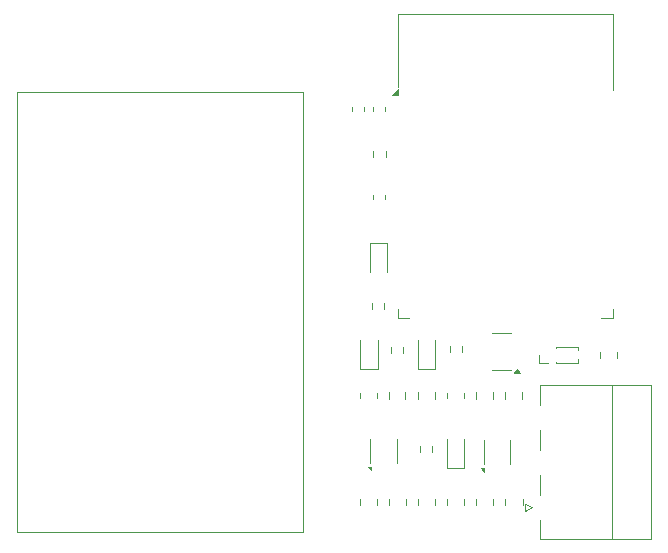
<source format=gbr>
%TF.GenerationSoftware,KiCad,Pcbnew,8.0.6*%
%TF.CreationDate,2025-02-11T20:42:12+01:00*%
%TF.ProjectId,KWLcontrol,4b574c63-6f6e-4747-926f-6c2e6b696361,rev?*%
%TF.SameCoordinates,Original*%
%TF.FileFunction,Legend,Top*%
%TF.FilePolarity,Positive*%
%FSLAX46Y46*%
G04 Gerber Fmt 4.6, Leading zero omitted, Abs format (unit mm)*
G04 Created by KiCad (PCBNEW 8.0.6) date 2025-02-11 20:42:12*
%MOMM*%
%LPD*%
G01*
G04 APERTURE LIST*
%ADD10C,0.120000*%
G04 APERTURE END LIST*
D10*
%TO.C,PS1*%
X115880000Y-108880000D02*
X140120000Y-108880000D01*
X115880000Y-146120000D02*
X115880000Y-108880000D01*
X140120000Y-108880000D02*
X140120000Y-146120000D01*
X140120000Y-146120000D02*
X115880000Y-146120000D01*
%TO.C,R1*%
X152301000Y-134322936D02*
X152301000Y-134777064D01*
X153771000Y-134322936D02*
X153771000Y-134777064D01*
%TO.C,D4*%
X145765000Y-121615000D02*
X145765000Y-124075000D01*
X147235000Y-121615000D02*
X145765000Y-121615000D01*
X147235000Y-124075000D02*
X147235000Y-121615000D01*
%TO.C,C2*%
X149829000Y-134288748D02*
X149829000Y-134811252D01*
X151299000Y-134288748D02*
X151299000Y-134811252D01*
%TO.C,C3*%
X144290000Y-110446267D02*
X144290000Y-110153733D01*
X145310000Y-110446267D02*
X145310000Y-110153733D01*
%TO.C,D1*%
X152301000Y-138252500D02*
X152301000Y-140712500D01*
X152301000Y-140712500D02*
X153771000Y-140712500D01*
X153771000Y-140712500D02*
X153771000Y-138252500D01*
%TO.C,J2*%
X158900000Y-143700000D02*
X159500000Y-144000000D01*
X158900000Y-144300000D02*
X158900000Y-143700000D01*
X159500000Y-144000000D02*
X158900000Y-144300000D01*
X160190000Y-133670000D02*
X160190000Y-135330000D01*
X160190000Y-139140000D02*
X160190000Y-137430000D01*
X160190000Y-142950000D02*
X160190000Y-141240000D01*
X160190000Y-146710000D02*
X160190000Y-145050000D01*
X160190000Y-146710000D02*
X169610000Y-146710000D01*
X166300000Y-146710000D02*
X166300000Y-133670000D01*
X169610000Y-133670000D02*
X160190000Y-133670000D01*
X169610000Y-146710000D02*
X169610000Y-133670000D01*
%TO.C,J3*%
X160145000Y-131795000D02*
X160145000Y-131100000D01*
X160830000Y-131795000D02*
X160145000Y-131795000D01*
X161515000Y-130405000D02*
X163390000Y-130405000D01*
X161515000Y-130491724D02*
X161515000Y-130405000D01*
X161515000Y-131795000D02*
X161515000Y-131708276D01*
X161515000Y-131795000D02*
X163390000Y-131795000D01*
X163390000Y-130705507D02*
X163390000Y-130405000D01*
X163390000Y-131795000D02*
X163390000Y-131494493D01*
%TO.C,R2*%
X144915000Y-134322936D02*
X144915000Y-134777064D01*
X146385000Y-134322936D02*
X146385000Y-134777064D01*
%TO.C,C5*%
X144945000Y-143861252D02*
X144945000Y-143338748D01*
X146415000Y-143861252D02*
X146415000Y-143338748D01*
%TO.C,U2*%
X145810000Y-140260000D02*
X145810000Y-138260000D01*
X148090000Y-140250000D02*
X148090000Y-138250000D01*
X145880000Y-140900000D02*
X145600000Y-140620000D01*
X145880000Y-140620000D01*
X145880000Y-140900000D01*
G36*
X145880000Y-140900000D02*
G01*
X145600000Y-140620000D01*
X145880000Y-140620000D01*
X145880000Y-140900000D01*
G37*
%TO.C,R6*%
X152577500Y-130842224D02*
X152577500Y-130332776D01*
X153622500Y-130842224D02*
X153622500Y-130332776D01*
%TO.C,C8*%
X157245000Y-143861252D02*
X157245000Y-143338748D01*
X158715000Y-143861252D02*
X158715000Y-143338748D01*
%TO.C,R4*%
X146077500Y-114367224D02*
X146077500Y-113857776D01*
X147122500Y-114367224D02*
X147122500Y-113857776D01*
%TO.C,C6*%
X147405000Y-143861252D02*
X147405000Y-143338748D01*
X148875000Y-143861252D02*
X148875000Y-143338748D01*
%TO.C,U3*%
X155410000Y-140360000D02*
X155410000Y-138360000D01*
X157690000Y-140350000D02*
X157690000Y-138350000D01*
X155480000Y-141000000D02*
X155200000Y-140720000D01*
X155480000Y-140720000D01*
X155480000Y-141000000D01*
G36*
X155480000Y-141000000D02*
G01*
X155200000Y-140720000D01*
X155480000Y-140720000D01*
X155480000Y-141000000D01*
G37*
%TO.C,C10*%
X152325000Y-143861252D02*
X152325000Y-143338748D01*
X153795000Y-143861252D02*
X153795000Y-143338748D01*
%TO.C,L2*%
X147382000Y-134811252D02*
X147382000Y-134288748D01*
X148802000Y-134811252D02*
X148802000Y-134288748D01*
%TO.C,C9*%
X146090000Y-117908767D02*
X146090000Y-117616233D01*
X147110000Y-117908767D02*
X147110000Y-117616233D01*
%TO.C,R5*%
X150041500Y-139329724D02*
X150041500Y-138820276D01*
X151086500Y-139329724D02*
X151086500Y-138820276D01*
%TO.C,L1*%
X154768000Y-134811252D02*
X154768000Y-134288748D01*
X156188000Y-134811252D02*
X156188000Y-134288748D01*
%TO.C,C11*%
X154785000Y-143861252D02*
X154785000Y-143338748D01*
X156255000Y-143861252D02*
X156255000Y-143338748D01*
%TO.C,U4*%
X156962500Y-129240000D02*
X156162500Y-129240000D01*
X156962500Y-129240000D02*
X157762500Y-129240000D01*
X156962500Y-132360000D02*
X156162500Y-132360000D01*
X156962500Y-132360000D02*
X157762500Y-132360000D01*
X158502500Y-132640000D02*
X158022500Y-132640000D01*
X158262500Y-132310000D01*
X158502500Y-132640000D01*
G36*
X158502500Y-132640000D02*
G01*
X158022500Y-132640000D01*
X158262500Y-132310000D01*
X158502500Y-132640000D01*
G37*
%TO.C,C4*%
X146090000Y-110446267D02*
X146090000Y-110153733D01*
X147110000Y-110446267D02*
X147110000Y-110153733D01*
%TO.C,R7*%
X147577500Y-130942224D02*
X147577500Y-130432776D01*
X148622500Y-130942224D02*
X148622500Y-130432776D01*
%TO.C,D2*%
X149865000Y-129825000D02*
X149865000Y-132285000D01*
X149865000Y-132285000D02*
X151335000Y-132285000D01*
X151335000Y-132285000D02*
X151335000Y-129825000D01*
%TO.C,C7*%
X149865000Y-143861252D02*
X149865000Y-143338748D01*
X151335000Y-143861252D02*
X151335000Y-143338748D01*
%TO.C,R8*%
X145977500Y-127242224D02*
X145977500Y-126732776D01*
X147022500Y-127242224D02*
X147022500Y-126732776D01*
%TO.C,D3*%
X144965000Y-129825000D02*
X144965000Y-132285000D01*
X144965000Y-132285000D02*
X146435000Y-132285000D01*
X146435000Y-132285000D02*
X146435000Y-129825000D01*
%TO.C,R3*%
X165265000Y-130902936D02*
X165265000Y-131357064D01*
X166735000Y-130902936D02*
X166735000Y-131357064D01*
%TO.C,C1*%
X157215000Y-134288748D02*
X157215000Y-134811252D01*
X158685000Y-134288748D02*
X158685000Y-134811252D01*
%TO.C,U1*%
X148135000Y-102250000D02*
X148135000Y-108410000D01*
X148135000Y-102250000D02*
X166375000Y-102250000D01*
X148135000Y-127210000D02*
X148135000Y-127990000D01*
X148135000Y-127990000D02*
X149135000Y-127990000D01*
X166375000Y-102250000D02*
X166375000Y-108665000D01*
X166375000Y-127210000D02*
X166375000Y-127990000D01*
X166375000Y-127990000D02*
X165375000Y-127990000D01*
X148130000Y-109135000D02*
X147630000Y-109135000D01*
X148130000Y-108635000D01*
X148130000Y-109135000D01*
G36*
X148130000Y-109135000D02*
G01*
X147630000Y-109135000D01*
X148130000Y-108635000D01*
X148130000Y-109135000D01*
G37*
%TD*%
M02*

</source>
